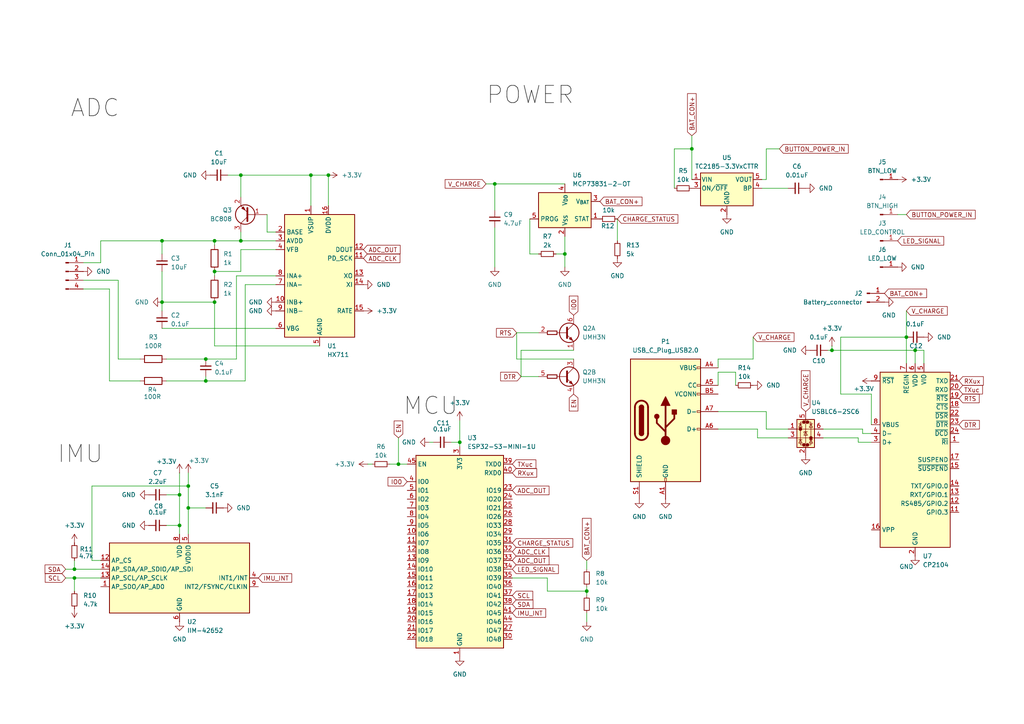
<source format=kicad_sch>
(kicad_sch (version 20231120) (generator "eeschema") (generator_version "8.0")
  (paper "A4")
  (lib_symbols
    (symbol "Analog_ADC:HX711"
      (property "Reference" "U" (at 5.08 21.59 0))
      (property "Value" "HX711" (at 7.62 19.05 0))
      (symbol "HX711_1_1"
        (pin power_in line (at -2.54 20.32 270) (length 2.54) (name "VSUP") (number "1"))
        (pin input line (at -12.7 -7.62 0) (length 2.54) (name "INB+") (number "10"))
        (pin input line (at 12.7 5.08 180) (length 2.54) (name "PD_SCK") (number "11"))
        (pin output line (at 12.7 7.62 180) (length 2.54) (name "DOUT") (number "12"))
        (pin passive line (at 12.7 0 180) (length 2.54) (name "XO") (number "13"))
        (pin passive line (at 12.7 -2.54 180) (length 2.54) (name "XI") (number "14"))
        (pin input line (at 12.7 -10.16 180) (length 2.54) (name "RATE") (number "15"))
        (pin power_in line (at 2.54 20.32 270) (length 2.54) (name "DVDD") (number "16"))
        (pin passive line (at -12.7 12.7 0) (length 2.54) (name "BASE") (number "2"))
        (pin power_in line (at -12.7 10.16 0) (length 2.54) (name "AVDD") (number "3"))
        (pin input line (at -12.7 7.62 0) (length 2.54) (name "VFB") (number "4"))
        (pin power_in line (at 0 -20.32 90) (length 2.54) (name "AGND") (number "5"))
        (pin passive line (at -12.7 -15.24 0) (length 2.54) (name "VBG") (number "6"))
        (pin input line (at -12.7 -2.54 0) (length 2.54) (name "INA-") (number "7"))
        (pin input line (at -12.7 0 0) (length 2.54) (name "INA+") (number "8"))
        (pin input line (at -12.7 -10.16 0) (length 2.54) (name "INB-") (number "9"))
      )
    )
    (symbol "Battery_Management:MCP73831-2-OT"
      (property "Reference" "U" (at -7.62 6.35 0))
      (property "Value" "MCP73831-2-OT" (at 1.27 6.35 0))
      (symbol "MCP73831-2-OT_1_1"
        (pin tri_state line (at 10.16 -2.54 180) (length 2.54) (name "STAT") (number "1"))
        (pin power_in line (at 0 -7.62 90) (length 2.54) (name "V_{SS}") (number "2"))
        (pin power_out line (at 10.16 2.54 180) (length 2.54) (name "V_{BAT}") (number "3"))
        (pin power_in line (at 0 7.62 270) (length 2.54) (name "V_{DD}") (number "4"))
        (pin input line (at -10.16 -2.54 0) (length 2.54) (name "PROG") (number "5"))
      )
    )
    (symbol "Connector:Conn_01x01_Pin" (pin_names (offset 1.016) hide)
      (property "Reference" "J" (at 0 2.54 0))
      (property "Value" "Conn_01x01_Pin" (at 0 -2.54 0))
      (symbol "Conn_01x01_Pin_1_1"
        (pin passive line (at 5.08 0 180) (length 3.81) (name "Pin_1") (number "1"))
      )
    )
    (symbol "Connector:Conn_01x02_Pin" (pin_names (offset 1.016) hide)
      (property "Reference" "J" (at 0 2.54 0))
      (property "Value" "Conn_01x02_Pin" (at 0 -5.08 0))
      (symbol "Conn_01x02_Pin_1_1"
        (pin passive line (at 5.08 0 180) (length 3.81) (name "Pin_1") (number "1"))
        (pin passive line (at 5.08 -2.54 180) (length 3.81) (name "Pin_2") (number "2"))
      )
    )
    (symbol "Connector:Conn_01x04_Pin" (pin_names (offset 1.016) hide)
      (property "Reference" "J" (at 0 5.08 0))
      (property "Value" "Conn_01x04_Pin" (at 0 -7.62 0))
      (symbol "Conn_01x04_Pin_1_1"
        (pin passive line (at 5.08 2.54 180) (length 3.81) (name "Pin_1") (number "1"))
        (pin passive line (at 5.08 0 180) (length 3.81) (name "Pin_2") (number "2"))
        (pin passive line (at 5.08 -2.54 180) (length 3.81) (name "Pin_3") (number "3"))
        (pin passive line (at 5.08 -5.08 180) (length 3.81) (name "Pin_4") (number "4"))
      )
    )
    (symbol "Connector:USB_C_Plug_USB2.0" (pin_names (offset 1.016))
      (property "Reference" "P" (at -10.16 19.05 0))
      (property "Value" "USB_C_Plug_USB2.0" (at 12.7 19.05 0))
      (symbol "USB_C_Plug_USB2.0_1_1"
        (pin passive line (at 0 -22.86 90) (length 5.08) (name "GND") (number "A1"))
        (pin passive line (at 0 -22.86 90) (length 5.08) hide (name "GND") (number "A12"))
        (pin passive line (at 15.24 15.24 180) (length 5.08) (name "VBUS") (number "A4"))
        (pin bidirectional line (at 15.24 10.16 180) (length 5.08) (name "CC") (number "A5"))
        (pin bidirectional line (at 15.24 -2.54 180) (length 5.08) (name "D+") (number "A6"))
        (pin bidirectional line (at 15.24 2.54 180) (length 5.08) (name "D-") (number "A7"))
        (pin passive line (at 15.24 15.24 180) (length 5.08) hide (name "VBUS") (number "A9"))
        (pin passive line (at 0 -22.86 90) (length 5.08) hide (name "GND") (number "B1"))
        (pin passive line (at 0 -22.86 90) (length 5.08) hide (name "GND") (number "B12"))
        (pin passive line (at 15.24 15.24 180) (length 5.08) hide (name "VBUS") (number "B4"))
        (pin bidirectional line (at 15.24 7.62 180) (length 5.08) (name "VCONN") (number "B5"))
        (pin passive line (at 15.24 15.24 180) (length 5.08) hide (name "VBUS") (number "B9"))
        (pin passive line (at -7.62 -22.86 90) (length 5.08) (name "SHIELD") (number "S1"))
      )
    )
    (symbol "Device:C_Small" (pin_numbers hide) (pin_names (offset 0.254) hide)
      (property "Reference" "C" (at 0.254 1.778 0))
      (property "Value" "C_Small" (at 0.254 -2.032 0))
      (symbol "C_Small_1_1"
        (pin passive line (at 0 2.54 270) (length 2.032) (name "~") (number "1"))
        (pin passive line (at 0 -2.54 90) (length 2.032) (name "~") (number "2"))
      )
    )
    (symbol "Device:R" (pin_numbers hide) (pin_names (offset 0))
      (property "Reference" "R" (at 2.032 0 90))
      (property "Value" "R" (at 0 0 90))
      (symbol "R_1_1"
        (pin passive line (at 0 3.81 270) (length 1.27) (name "~") (number "1"))
        (pin passive line (at 0 -3.81 90) (length 1.27) (name "~") (number "2"))
      )
    )
    (symbol "Device:R_Small" (pin_numbers hide) (pin_names (offset 0.254) hide)
      (property "Reference" "R" (at 0.762 0.508 0))
      (property "Value" "R_Small" (at 0.762 -1.016 0))
      (symbol "R_Small_1_1"
        (pin passive line (at 0 2.54 270) (length 0.762) (name "~") (number "1"))
        (pin passive line (at 0 -2.54 90) (length 0.762) (name "~") (number "2"))
      )
    )
    (symbol "Interface_USB:CP2104"
      (property "Reference" "U" (at -5.08 28.575 0))
      (property "Value" "CP2104" (at -5.08 26.67 0))
      (symbol "CP2104_1_1"
        (pin input line (at 12.7 5.08 180) (length 2.54) (name "~{RI}") (number "1"))
        (pin no_connect line (at 10.16 -20.32 180) (length 2.54) hide (name "NC") (number "10"))
        (pin bidirectional line (at 12.7 -15.24 180) (length 2.54) (name "GPIO.3") (number "11"))
        (pin bidirectional line (at 12.7 -12.7 180) (length 2.54) (name "RS485/GPIO.2") (number "12"))
        (pin bidirectional line (at 12.7 -10.16 180) (length 2.54) (name "RXT/GPIO.1") (number "13"))
        (pin bidirectional line (at 12.7 -7.62 180) (length 2.54) (name "TXT/GPIO.0") (number "14"))
        (pin output line (at 12.7 -2.54 180) (length 2.54) (name "~{SUSPEND}") (number "15"))
        (pin passive line (at -12.7 -20.32 0) (length 2.54) (name "VPP") (number "16"))
        (pin output line (at 12.7 0 180) (length 2.54) (name "SUSPEND") (number "17"))
        (pin input line (at 12.7 15.24 180) (length 2.54) (name "~{CTS}") (number "18"))
        (pin output line (at 12.7 17.78 180) (length 2.54) (name "~{RTS}") (number "19"))
        (pin power_in line (at 0 -27.94 90) (length 2.54) (name "GND") (number "2"))
        (pin input line (at 12.7 20.32 180) (length 2.54) (name "RXD") (number "20"))
        (pin output line (at 12.7 22.86 180) (length 2.54) (name "TXD") (number "21"))
        (pin input line (at 12.7 12.7 180) (length 2.54) (name "~{DSR}") (number "22"))
        (pin output line (at 12.7 10.16 180) (length 2.54) (name "~{DTR}") (number "23"))
        (pin input line (at 12.7 7.62 180) (length 2.54) (name "~{DCD}") (number "24"))
        (pin passive line (at 0 -27.94 90) (length 2.54) hide (name "GND") (number "25"))
        (pin bidirectional line (at -12.7 5.08 0) (length 2.54) (name "D+") (number "3"))
        (pin bidirectional line (at -12.7 7.62 0) (length 2.54) (name "D-") (number "4"))
        (pin power_in line (at 2.54 27.94 270) (length 2.54) (name "VIO") (number "5"))
        (pin power_in line (at 0 27.94 270) (length 2.54) (name "VDD") (number "6"))
        (pin power_in line (at -2.54 27.94 270) (length 2.54) (name "REGIN") (number "7"))
        (pin input line (at -12.7 10.16 0) (length 2.54) (name "VBUS") (number "8"))
        (pin bidirectional line (at -12.7 22.86 0) (length 2.54) (name "~{RST}") (number "9"))
      )
    )
    (symbol "Power_Protection:USBLC6-2SC6" (pin_names hide)
      (property "Reference" "U" (at 0.635 5.715 0))
      (property "Value" "USBLC6-2SC6" (at 0.635 3.81 0))
      (symbol "USBLC6-2SC6_1_1"
        (pin passive line (at -5.08 0 0) (length 2.54) (name "I/O1") (number "1"))
        (pin passive line (at 0 -7.62 90) (length 2.54) (name "GND") (number "2"))
        (pin passive line (at -5.08 -2.54 0) (length 2.54) (name "I/O2") (number "3"))
        (pin passive line (at 5.08 -2.54 180) (length 2.54) (name "I/O2") (number "4"))
        (pin passive line (at 0 5.08 270) (length 2.54) (name "VBUS") (number "5"))
        (pin passive line (at 5.08 0 180) (length 2.54) (name "I/O1") (number "6"))
      )
    )
    (symbol "RF_Module:ESP32-S3-MINI-1U"
      (property "Reference" "U" (at -11.43 29.21 0))
      (property "Value" "ESP32-S3-MINI-1U" (at 12.7 29.21 0))
      (symbol "ESP32-S3-MINI-1U_1_1"
        (pin power_in line (at 0 -30.48 90) (length 2.54) (name "GND") (number "1"))
        (pin bidirectional line (at -15.24 5.08 0) (length 2.54) (name "IO6") (number "10"))
        (pin bidirectional line (at -15.24 2.54 0) (length 2.54) (name "IO7") (number "11"))
        (pin bidirectional line (at -15.24 0 0) (length 2.54) (name "IO8") (number "12"))
        (pin bidirectional line (at -15.24 -2.54 0) (length 2.54) (name "IO9") (number "13"))
        (pin bidirectional line (at -15.24 -5.08 0) (length 2.54) (name "IO10") (number "14"))
        (pin bidirectional line (at -15.24 -7.62 0) (length 2.54) (name "IO11") (number "15"))
        (pin bidirectional line (at -15.24 -10.16 0) (length 2.54) (name "IO12") (number "16"))
        (pin bidirectional line (at -15.24 -12.7 0) (length 2.54) (name "IO13") (number "17"))
        (pin bidirectional line (at -15.24 -15.24 0) (length 2.54) (name "IO14") (number "18"))
        (pin bidirectional line (at -15.24 -17.78 0) (length 2.54) (name "IO15") (number "19"))
        (pin passive line (at 0 -30.48 90) (length 2.54) hide (name "GND") (number "2"))
        (pin bidirectional line (at -15.24 -20.32 0) (length 2.54) (name "IO16") (number "20"))
        (pin bidirectional line (at -15.24 -22.86 0) (length 2.54) (name "IO17") (number "21"))
        (pin bidirectional line (at -15.24 -25.4 0) (length 2.54) (name "IO18") (number "22"))
        (pin bidirectional line (at 15.24 17.78 180) (length 2.54) (name "IO19") (number "23"))
        (pin bidirectional line (at 15.24 15.24 180) (length 2.54) (name "IO20") (number "24"))
        (pin bidirectional line (at 15.24 12.7 180) (length 2.54) (name "IO21") (number "25"))
        (pin bidirectional line (at 15.24 10.16 180) (length 2.54) (name "IO26") (number "26"))
        (pin bidirectional line (at 15.24 -22.86 180) (length 2.54) (name "IO47") (number "27"))
        (pin bidirectional line (at 15.24 7.62 180) (length 2.54) (name "IO33") (number "28"))
        (pin bidirectional line (at 15.24 5.08 180) (length 2.54) (name "IO34") (number "29"))
        (pin power_in line (at 0 30.48 270) (length 2.54) (name "3V3") (number "3"))
        (pin bidirectional line (at 15.24 -25.4 180) (length 2.54) (name "IO48") (number "30"))
        (pin bidirectional line (at 15.24 2.54 180) (length 2.54) (name "IO35") (number "31"))
        (pin bidirectional line (at 15.24 0 180) (length 2.54) (name "IO36") (number "32"))
        (pin bidirectional line (at 15.24 -2.54 180) (length 2.54) (name "IO37") (number "33"))
        (pin bidirectional line (at 15.24 -5.08 180) (length 2.54) (name "IO38") (number "34"))
        (pin bidirectional line (at 15.24 -7.62 180) (length 2.54) (name "IO39") (number "35"))
        (pin bidirectional line (at 15.24 -10.16 180) (length 2.54) (name "IO40") (number "36"))
        (pin bidirectional line (at 15.24 -12.7 180) (length 2.54) (name "IO41") (number "37"))
        (pin bidirectional line (at 15.24 -15.24 180) (length 2.54) (name "IO42") (number "38"))
        (pin bidirectional line (at 15.24 25.4 180) (length 2.54) (name "TXD0") (number "39"))
        (pin bidirectional line (at -15.24 20.32 0) (length 2.54) (name "IO0") (number "4"))
        (pin bidirectional line (at 15.24 22.86 180) (length 2.54) (name "RXD0") (number "40"))
        (pin bidirectional line (at 15.24 -17.78 180) (length 2.54) (name "IO45") (number "41"))
        (pin passive line (at 0 -30.48 90) (length 2.54) hide (name "GND") (number "42"))
        (pin passive line (at 0 -30.48 90) (length 2.54) hide (name "GND") (number "43"))
        (pin bidirectional line (at 15.24 -20.32 180) (length 2.54) (name "IO46") (number "44"))
        (pin input line (at -15.24 25.4 0) (length 2.54) (name "EN") (number "45"))
        (pin passive line (at 0 -30.48 90) (length 2.54) hide (name "GND") (number "46"))
        (pin passive line (at 0 -30.48 90) (length 2.54) hide (name "GND") (number "47"))
        (pin passive line (at 0 -30.48 90) (length 2.54) hide (name "GND") (number "48"))
        (pin passive line (at 0 -30.48 90) (length 2.54) hide (name "GND") (number "49"))
        (pin bidirectional line (at -15.24 17.78 0) (length 2.54) (name "IO1") (number "5"))
        (pin passive line (at 0 -30.48 90) (length 2.54) hide (name "GND") (number "50"))
        (pin passive line (at 0 -30.48 90) (length 2.54) hide (name "GND") (number "51"))
        (pin passive line (at 0 -30.48 90) (length 2.54) hide (name "GND") (number "52"))
        (pin passive line (at 0 -30.48 90) (length 2.54) hide (name "GND") (number "53"))
        (pin passive line (at 0 -30.48 90) (length 2.54) hide (name "GND") (number "54"))
        (pin passive line (at 0 -30.48 90) (length 2.54) hide (name "GND") (number "55"))
        (pin passive line (at 0 -30.48 90) (length 2.54) hide (name "GND") (number "56"))
        (pin passive line (at 0 -30.48 90) (length 2.54) hide (name "GND") (number "57"))
        (pin passive line (at 0 -30.48 90) (length 2.54) hide (name "GND") (number "58"))
        (pin passive line (at 0 -30.48 90) (length 2.54) hide (name "GND") (number "59"))
        (pin bidirectional line (at -15.24 15.24 0) (length 2.54) (name "IO2") (number "6"))
        (pin passive line (at 0 -30.48 90) (length 2.54) hide (name "GND") (number "60"))
        (pin passive line (at 0 -30.48 90) (length 2.54) hide (name "GND") (number "61"))
        (pin passive line (at 0 -30.48 90) (length 2.54) hide (name "GND") (number "62"))
        (pin passive line (at 0 -30.48 90) (length 2.54) hide (name "GND") (number "63"))
        (pin passive line (at 0 -30.48 90) (length 2.54) hide (name "GND") (number "64"))
        (pin passive line (at 0 -30.48 90) (length 2.54) hide (name "GND") (number "65"))
        (pin bidirectional line (at -15.24 12.7 0) (length 2.54) (name "IO3") (number "7"))
        (pin bidirectional line (at -15.24 10.16 0) (length 2.54) (name "IO4") (number "8"))
        (pin bidirectional line (at -15.24 7.62 0) (length 2.54) (name "IO5") (number "9"))
      )
    )
    (symbol "Regulator_Linear:TC2185-3.3VxCTTR" (pin_names (offset 0.254))
      (property "Reference" "U" (at -6.35 5.715 0))
      (property "Value" "TC2185-3.3VxCTTR" (at 0 5.715 0))
      (symbol "TC2185-3.3VxCTTR_1_1"
        (pin power_in line (at -10.16 2.54 0) (length 2.54) (name "VIN") (number "1"))
        (pin power_in line (at 0 -7.62 90) (length 2.54) (name "GND") (number "2"))
        (pin input line (at -10.16 0 0) (length 2.54) (name "ON/~{OFF}") (number "3"))
        (pin input line (at 10.16 0 180) (length 2.54) (name "BP") (number "4"))
        (pin power_out line (at 10.16 2.54 180) (length 2.54) (name "VOUT") (number "5"))
      )
    )
    (symbol "Sensor_Motion:IIM-42652"
      (property "Reference" "U" (at -19.05 11.43 0))
      (property "Value" "IIM-42652" (at 15.24 11.43 0))
      (symbol "IIM-42652_1_1"
        (pin input line (at -22.86 -2.54 0) (length 2.54) (name "AP_SDO/AP_AD0") (number "1"))
        (pin no_connect line (at 20.32 2.54 180) (length 2.54) hide (name "RESV") (number "10"))
        (pin no_connect line (at 20.32 -7.62 180) (length 2.54) hide (name "RESV") (number "11"))
        (pin input line (at -22.86 5.08 0) (length 2.54) (name "AP_CS") (number "12"))
        (pin input line (at -22.86 0 0) (length 2.54) (name "AP_SCL/AP_SCLK") (number "13"))
        (pin bidirectional line (at -22.86 2.54 0) (length 2.54) (name "AP_SDA/AP_SDIO/AP_SDI") (number "14"))
        (pin no_connect line (at 20.32 7.62 180) (length 2.54) hide (name "RESV") (number "2"))
        (pin no_connect line (at 20.32 5.08 180) (length 2.54) hide (name "RESV") (number "3"))
        (pin output line (at 22.86 0 180) (length 2.54) (name "INT1/INT") (number "4"))
        (pin power_in line (at 2.54 12.7 270) (length 2.54) (name "VDDIO") (number "5"))
        (pin power_in line (at 0 -12.7 90) (length 2.54) (name "GND") (number "6"))
        (pin passive line (at 0 -12.7 90) (length 2.54) hide (name "GND") (number "7"))
        (pin power_in line (at 0 12.7 270) (length 2.54) (name "VDD") (number "8"))
        (pin bidirectional line (at 22.86 -2.54 180) (length 2.54) (name "INT2/FSYNC/CLKIN") (number "9"))
      )
    )
    (symbol "Transistor_BJT:BC808" (pin_names (offset 0) hide)
      (property "Reference" "Q" (at 5.08 1.905 0))
      (property "Value" "BC808" (at 5.08 0 0))
      (symbol "BC808_1_1"
        (pin input line (at -5.08 0 0) (length 5.715) (name "B") (number "1"))
        (pin passive line (at 2.54 -5.08 90) (length 2.54) (name "E") (number "2"))
        (pin passive line (at 2.54 5.08 270) (length 2.54) (name "C") (number "3"))
      )
    )
    (symbol "Transistor_BJT:UMH3N" (pin_names hide)
      (property "Reference" "Q" (at 7.62 1.27 0))
      (property "Value" "UMH3N" (at 7.62 -1.27 0))
      (symbol "UMH3N_1_1"
        (pin passive line (at 5.08 -5.08 90) (length 2.54) (name "E1") (number "1"))
        (pin input line (at -5.08 0 0) (length 2.54) (name "B1") (number "2"))
        (pin passive line (at 5.08 5.08 270) (length 2.54) (name "C1") (number "6"))
      )
      (symbol "UMH3N_2_1"
        (pin passive line (at 5.08 5.08 270) (length 2.54) (name "C2") (number "3"))
        (pin passive line (at 5.08 -5.08 90) (length 2.54) (name "E2") (number "4"))
        (pin input line (at -5.08 0 0) (length 2.54) (name "B2") (number "5"))
      )
    )
    (symbol "power:+3.3V" (power) (pin_numbers hide) (pin_names (offset 0) hide)
      (property "Value" "+3.3V" (at 0 3.556 0))
      (symbol "+3.3V_1_1"
        (pin power_in line (at 0 0 90) (length 0) (name "~") (number "1"))
      )
    )
    (symbol "power:GND" (power) (pin_numbers hide) (pin_names (offset 0) hide)
      (property "Value" "GND" (at 0 -3.81 0))
      (symbol "GND_1_1"
        (pin power_in line (at 0 0 270) (length 0) (name "~") (number "1"))
      )
    )
  )
  (junction (at 62.23 78.74))
  (junction (at 69.85 50.8))
  (junction (at 115.57 134.62))
  (junction (at 52.07 152.4))
  (junction (at 54.61 147.32))
  (junction (at 54.61 140.97))
  (junction (at 62.23 69.85))
  (junction (at 62.23 87.63))
  (junction (at 46.99 87.63))
  (junction (at 52.07 143.51))
  (junction (at 262.89 97.79))
  (junction (at 95.25 50.8))
  (junction (at 59.69 110.49))
  (junction (at 90.17 50.8))
  (junction (at 69.85 69.85))
  (junction (at 143.51 53.34))
  (junction (at 21.59 165.1))
  (junction (at 170.18 171.45))
  (junction (at 241.3 101.6))
  (junction (at 133.35 128.27))
  (junction (at 21.59 167.64))
  (junction (at 59.69 104.14))
  (junction (at 200.66 43.18))
  (junction (at 265.43 101.6))
  (junction (at 163.83 73.66))
  (junction (at 46.99 69.85))
  (wire (pts (xy 62.23 78.74) (xy 62.23 80.01)))
  (wire (pts (xy 241.3 100.33) (xy 241.3 101.6)))
  (wire (pts (xy 250.19 125.73) (xy 252.73 125.73)))
  (wire (pts (xy 238.76 127) (xy 248.92 127)))
  (wire (pts (xy 156.21 73.66) (xy 153.67 73.66)))
  (wire (pts (xy 77.47 67.31) (xy 80.01 67.31)))
  (wire (pts (xy 143.51 53.34) (xy 143.51 60.96)))
  (wire (pts (xy 208.28 104.14) (xy 208.28 106.68)))
  (wire (pts (xy 24.13 83.82) (xy 31.75 83.82)))
  (wire (pts (xy 222.25 43.18) (xy 222.25 52.07)))
  (wire (pts (xy 21.59 165.1) (xy 29.21 165.1)))
  (wire (pts (xy 92.71 100.33) (xy 62.23 100.33)))
  (wire (pts (xy 161.29 73.66) (xy 163.83 73.66)))
  (wire (pts (xy 80.01 80.01) (xy 68.58 80.01)))
  (wire (pts (xy 149.86 104.14) (xy 166.37 104.14)))
  (wire (pts (xy 106.68 134.62) (xy 107.95 134.62)))
  (wire (pts (xy 228.6 54.61) (xy 220.98 54.61)))
  (wire (pts (xy 29.21 69.85) (xy 29.21 76.2)))
  (wire (pts (xy 46.99 69.85) (xy 62.23 69.85)))
  (wire (pts (xy 52.07 152.4) (xy 52.07 154.94)))
  (wire (pts (xy 46.99 87.63) (xy 46.99 90.17)))
  (wire (pts (xy 163.83 68.58) (xy 163.83 73.66)))
  (wire (pts (xy 21.59 162.56) (xy 21.59 165.1)))
  (wire (pts (xy 208.28 124.46) (xy 219.71 124.46)))
  (wire (pts (xy 48.26 143.51) (xy 52.07 143.51)))
  (wire (pts (xy 80.01 72.39) (xy 69.85 72.39)))
  (wire (pts (xy 170.18 171.45) (xy 170.18 172.72)))
  (wire (pts (xy 115.57 134.62) (xy 118.11 134.62)))
  (wire (pts (xy 80.01 82.55) (xy 71.12 82.55)))
  (wire (pts (xy 262.89 97.79) (xy 262.89 105.41)))
  (wire (pts (xy 90.17 50.8) (xy 95.25 50.8)))
  (wire (pts (xy 19.05 167.64) (xy 21.59 167.64)))
  (wire (pts (xy 34.29 104.14) (xy 34.29 81.28)))
  (wire (pts (xy 77.47 62.23) (xy 77.47 67.31)))
  (wire (pts (xy 265.43 101.6) (xy 267.97 101.6)))
  (wire (pts (xy 24.13 76.2) (xy 29.21 76.2)))
  (wire (pts (xy 208.28 104.14) (xy 218.44 104.14)))
  (wire (pts (xy 52.07 143.51) (xy 52.07 152.4)))
  (wire (pts (xy 124.46 128.27) (xy 125.73 128.27)))
  (wire (pts (xy 195.58 43.18) (xy 200.66 43.18)))
  (wire (pts (xy 149.86 96.52) (xy 156.21 96.52)))
  (wire (pts (xy 46.99 73.66) (xy 46.99 69.85)))
  (wire (pts (xy 148.59 167.64) (xy 158.75 167.64)))
  (wire (pts (xy 238.76 124.46) (xy 250.19 124.46)))
  (wire (pts (xy 54.61 147.32) (xy 59.69 147.32)))
  (wire (pts (xy 143.51 66.04) (xy 143.51 77.47)))
  (wire (pts (xy 267.97 105.41) (xy 267.97 101.6)))
  (wire (pts (xy 62.23 78.74) (xy 69.85 78.74)))
  (wire (pts (xy 59.69 104.14) (xy 68.58 104.14)))
  (wire (pts (xy 59.69 109.22) (xy 59.69 110.49)))
  (wire (pts (xy 240.03 101.6) (xy 241.3 101.6)))
  (wire (pts (xy 170.18 177.8) (xy 170.18 180.34)))
  (wire (pts (xy 219.71 124.46) (xy 219.71 127)))
  (wire (pts (xy 248.92 127) (xy 248.92 128.27)))
  (wire (pts (xy 163.83 73.66) (xy 163.83 77.47)))
  (wire (pts (xy 46.99 95.25) (xy 80.01 95.25)))
  (wire (pts (xy 153.67 63.5) (xy 153.67 73.66)))
  (wire (pts (xy 143.51 53.34) (xy 163.83 53.34)))
  (wire (pts (xy 59.69 110.49) (xy 71.12 110.49)))
  (wire (pts (xy 31.75 110.49) (xy 31.75 83.82)))
  (wire (pts (xy 228.6 127) (xy 219.71 127)))
  (wire (pts (xy 149.86 96.52) (xy 149.86 104.14)))
  (wire (pts (xy 69.85 67.31) (xy 69.85 69.85)))
  (wire (pts (xy 222.25 52.07) (xy 220.98 52.07)))
  (wire (pts (xy 166.37 101.6) (xy 151.13 101.6)))
  (wire (pts (xy 200.66 43.18) (xy 200.66 52.07)))
  (wire (pts (xy 252.73 123.19) (xy 252.73 114.3)))
  (wire (pts (xy 195.58 54.61) (xy 195.58 43.18)))
  (wire (pts (xy 265.43 101.6) (xy 241.3 101.6)))
  (wire (pts (xy 170.18 170.18) (xy 170.18 171.45)))
  (wire (pts (xy 40.64 104.14) (xy 34.29 104.14)))
  (wire (pts (xy 113.03 134.62) (xy 115.57 134.62)))
  (wire (pts (xy 130.81 128.27) (xy 133.35 128.27)))
  (wire (pts (xy 46.99 78.74) (xy 46.99 87.63)))
  (wire (pts (xy 26.67 140.97) (xy 26.67 162.56)))
  (wire (pts (xy 213.36 107.95) (xy 213.36 111.76)))
  (wire (pts (xy 158.75 171.45) (xy 158.75 167.64)))
  (wire (pts (xy 115.57 127) (xy 115.57 134.62)))
  (wire (pts (xy 133.35 128.27) (xy 133.35 129.54)))
  (wire (pts (xy 48.26 104.14) (xy 59.69 104.14)))
  (wire (pts (xy 52.07 137.16) (xy 52.07 143.51)))
  (wire (pts (xy 66.04 50.8) (xy 69.85 50.8)))
  (wire (pts (xy 69.85 72.39) (xy 69.85 78.74)))
  (wire (pts (xy 21.59 167.64) (xy 21.59 171.45)))
  (wire (pts (xy 226.06 43.18) (xy 222.25 43.18)))
  (wire (pts (xy 54.61 140.97) (xy 54.61 147.32)))
  (wire (pts (xy 95.25 50.8) (xy 95.25 59.69)))
  (wire (pts (xy 133.35 121.92) (xy 133.35 128.27)))
  (wire (pts (xy 62.23 69.85) (xy 62.23 71.12)))
  (wire (pts (xy 69.85 50.8) (xy 69.85 57.15)))
  (wire (pts (xy 170.18 171.45) (xy 158.75 171.45)))
  (wire (pts (xy 62.23 69.85) (xy 69.85 69.85)))
  (wire (pts (xy 68.58 80.01) (xy 68.58 104.14)))
  (wire (pts (xy 24.13 81.28) (xy 34.29 81.28)))
  (wire (pts (xy 54.61 137.16) (xy 54.61 140.97)))
  (wire (pts (xy 151.13 109.22) (xy 156.21 109.22)))
  (wire (pts (xy 21.59 167.64) (xy 29.21 167.64)))
  (wire (pts (xy 222.25 119.38) (xy 222.25 124.46)))
  (wire (pts (xy 170.18 162.56) (xy 170.18 165.1)))
  (wire (pts (xy 48.26 152.4) (xy 52.07 152.4)))
  (wire (pts (xy 40.64 110.49) (xy 31.75 110.49)))
  (wire (pts (xy 140.97 53.34) (xy 143.51 53.34)))
  (wire (pts (xy 179.07 69.85) (xy 179.07 63.5)))
  (wire (pts (xy 71.12 82.55) (xy 71.12 110.49)))
  (wire (pts (xy 26.67 162.56) (xy 29.21 162.56)))
  (wire (pts (xy 243.84 97.79) (xy 243.84 114.3)))
  (wire (pts (xy 29.21 69.85) (xy 46.99 69.85)))
  (wire (pts (xy 252.73 114.3) (xy 243.84 114.3)))
  (wire (pts (xy 69.85 69.85) (xy 80.01 69.85)))
  (wire (pts (xy 62.23 87.63) (xy 62.23 100.33)))
  (wire (pts (xy 46.99 87.63) (xy 62.23 87.63)))
  (wire (pts (xy 250.19 124.46) (xy 250.19 125.73)))
  (wire (pts (xy 208.28 107.95) (xy 208.28 111.76)))
  (wire (pts (xy 228.6 124.46) (xy 222.25 124.46)))
  (wire (pts (xy 200.66 39.37) (xy 200.66 43.18)))
  (wire (pts (xy 26.67 140.97) (xy 54.61 140.97)))
  (wire (pts (xy 19.05 165.1) (xy 21.59 165.1)))
  (wire (pts (xy 69.85 50.8) (xy 90.17 50.8)))
  (wire (pts (xy 90.17 50.8) (xy 90.17 59.69)))
  (wire (pts (xy 218.44 104.14) (xy 218.44 97.79)))
  (wire (pts (xy 265.43 101.6) (xy 265.43 105.41)))
  (wire (pts (xy 260.35 62.23) (xy 262.89 62.23)))
  (wire (pts (xy 48.26 110.49) (xy 59.69 110.49)))
  (wire (pts (xy 262.89 90.17) (xy 262.89 97.79)))
  (wire (pts (xy 54.61 147.32) (xy 54.61 154.94)))
  (wire (pts (xy 208.28 107.95) (xy 213.36 107.95)))
  (wire (pts (xy 151.13 101.6) (xy 151.13 109.22)))
  (wire (pts (xy 243.84 97.79) (xy 262.89 97.79)))
  (wire (pts (xy 248.92 128.27) (xy 252.73 128.27)))
  (wire (pts (xy 208.28 119.38) (xy 222.25 119.38)))
  (label "POWER" (at 140.97 31.75 0) (effects (font (size 5 5))))
  (label "IMU:" (at 223.52 -52.07 0))
  (label "MCU" (at 116.84 121.92 0) (effects (font (size 5 5))))
  (label "ADC" (at 20.32 35.56 0) (effects (font (size 5 5))))
  (label "IMU" (at 16.51 135.89 0) (effects (font (size 5 5))))
  (global_label "V_CHARGE" (shape input) (at 262.89 90.17 0) (property "Intersheetrefs" "${INTERSHEET_REFS}" (effects (hide yes))))
  (global_label "SCL" (shape input) (at 19.05 167.64 180) (property "Intersheetrefs" "${INTERSHEET_REFS}" (effects (hide yes))))
  (global_label "RTS" (shape input) (at 149.86 96.52 180) (property "Intersheetrefs" "${INTERSHEET_REFS}" (effects (hide yes))))
  (global_label "BAT_CON+" (shape input) (at 170.18 162.56 90) (property "Intersheetrefs" "${INTERSHEET_REFS}" (effects (hide yes))))
  (global_label "BUTTON_POWER_IN" (shape input) (at 262.89 62.23 0) (property "Intersheetrefs" "${INTERSHEET_REFS}" (effects (hide yes))))
  (global_label "BUTTON_POWER_IN" (shape input) (at 226.06 43.18 0) (property "Intersheetrefs" "${INTERSHEET_REFS}" (effects (hide yes))))
  (global_label "ADC_CLK" (shape input) (at 148.59 160.02 0) (property "Intersheetrefs" "${INTERSHEET_REFS}" (effects (hide yes))))
  (global_label "EN" (shape input) (at 115.57 127 90) (property "Intersheetrefs" "${INTERSHEET_REFS}" (effects (hide yes))))
  (global_label "SDA" (shape input) (at 19.05 165.1 180) (property "Intersheetrefs" "${INTERSHEET_REFS}" (effects (hide yes))))
  (global_label "RXux" (shape input) (at 278.13 110.49 0) (property "Intersheetrefs" "${INTERSHEET_REFS}" (effects (hide yes))))
  (global_label "LED_SIGNAL" (shape input) (at 148.59 165.1 0) (property "Intersheetrefs" "${INTERSHEET_REFS}" (effects (hide yes))))
  (global_label "ADC_OUT" (shape input) (at 148.59 142.24 0) (property "Intersheetrefs" "${INTERSHEET_REFS}" (effects (hide yes))))
  (global_label "BAT_CON+" (shape input) (at 173.99 58.42 0) (property "Intersheetrefs" "${INTERSHEET_REFS}" (effects (hide yes))))
  (global_label "ADC_CLK" (shape input) (at 105.41 74.93 0) (property "Intersheetrefs" "${INTERSHEET_REFS}" (effects (hide yes))))
  (global_label "V_CHARGE" (shape input) (at 140.97 53.34 180) (property "Intersheetrefs" "${INTERSHEET_REFS}" (effects (hide yes))))
  (global_label "TXuc" (shape input) (at 148.59 134.62 0) (property "Intersheetrefs" "${INTERSHEET_REFS}" (effects (hide yes))))
  (global_label "V_CHARGE" (shape input) (at 218.44 97.79 0) (property "Intersheetrefs" "${INTERSHEET_REFS}" (effects (hide yes))))
  (global_label "DTR" (shape input) (at 278.13 123.19 0) (property "Intersheetrefs" "${INTERSHEET_REFS}" (effects (hide yes))))
  (global_label "SDA" (shape input) (at 148.59 175.26 0) (property "Intersheetrefs" "${INTERSHEET_REFS}" (effects (hide yes))))
  (global_label "LED_SIGNAL" (shape input) (at 260.35 69.85 0) (property "Intersheetrefs" "${INTERSHEET_REFS}" (effects (hide yes))))
  (global_label "IMU_INT" (shape input) (at 74.93 167.64 0) (property "Intersheetrefs" "${INTERSHEET_REFS}" (effects (hide yes))))
  (global_label "IMU_INT" (shape input) (at 148.59 177.8 0) (property "Intersheetrefs" "${INTERSHEET_REFS}" (effects (hide yes))))
  (global_label "RTS" (shape input) (at 278.13 115.57 0) (property "Intersheetrefs" "${INTERSHEET_REFS}" (effects (hide yes))))
  (global_label "CHARGE_STATUS" (shape input) (at 148.59 157.48 0) (property "Intersheetrefs" "${INTERSHEET_REFS}" (effects (hide yes))))
  (global_label "BAT_CON+" (shape input) (at 256.54 85.09 0) (property "Intersheetrefs" "${INTERSHEET_REFS}" (effects (hide yes))))
  (global_label "DTR" (shape input) (at 151.13 109.22 180) (property "Intersheetrefs" "${INTERSHEET_REFS}" (effects (hide yes))))
  (global_label "V_CHARGE" (shape input) (at 233.68 119.38 90) (property "Intersheetrefs" "${INTERSHEET_REFS}" (effects (hide yes))))
  (global_label "TXuc" (shape input) (at 278.13 113.03 0) (property "Intersheetrefs" "${INTERSHEET_REFS}" (effects (hide yes))))
  (global_label "SCL" (shape input) (at 148.59 172.72 0) (property "Intersheetrefs" "${INTERSHEET_REFS}" (effects (hide yes))))
  (global_label "ADC_OUT" (shape input) (at 105.41 72.39 0) (property "Intersheetrefs" "${INTERSHEET_REFS}" (effects (hide yes))))
  (global_label "EN" (shape input) (at 166.37 114.3 270) (property "Intersheetrefs" "${INTERSHEET_REFS}" (effects (hide yes))))
  (global_label "IO0" (shape input) (at 166.37 91.44 90) (property "Intersheetrefs" "${INTERSHEET_REFS}" (effects (hide yes))))
  (global_label "ADC_OUT" (shape input) (at 148.59 162.56 0) (property "Intersheetrefs" "${INTERSHEET_REFS}" (effects (hide yes))))
  (global_label "IO0" (shape input) (at 118.11 139.7 180) (property "Intersheetrefs" "${INTERSHEET_REFS}" (effects (hide yes))))
  (global_label "CHARGE_STATUS" (shape input) (at 179.07 63.5 0) (property "Intersheetrefs" "${INTERSHEET_REFS}" (effects (hide yes))))
  (global_label "BAT_CON+" (shape input) (at 200.66 39.37 90) (property "Intersheetrefs" "${INTERSHEET_REFS}" (effects (hide yes))))
  (global_label "RXux" (shape input) (at 148.59 137.16 0) (property "Intersheetrefs" "${INTERSHEET_REFS}" (effects (hide yes))))
  (symbol (lib_id "power:GND") (at 260.35 77.47 90) (unit 1)
    (property "Reference" "#PWR025" (effects (hide yes)))
    (property "Value" "GND" (at 264.16 77.4699 90) (effects (justify right)))
    (property "Description" "Power symbol creates a global label with name \"GND\" , ground" (effects (hide yes)))
  )
  (symbol (lib_id "Connector:Conn_01x01_Pin") (at 255.27 62.23 0) (unit 1)
    (property "Reference" "J4" (at 255.905 57.15 0))
    (property "Value" "BTN_HIGH" (at 255.905 59.69 0))
    (property "Footprint" "TestPoint:TestPoint_Pad_3.0x3.0mm" (effects (hide yes)))
    (property "Description" "Generic connector, single row, 01x01, script generated" (effects (hide yes)))
  )
  (symbol (lib_id "Device:C_Small") (at 62.23 147.32 270) (unit 1)
    (property "Reference" "C5" (at 62.2236 140.97 90))
    (property "Value" "3.1nF" (at 62.2236 143.51 90))
    (property "Footprint" "Capacitor_SMD:C_0402_1005Metric" (effects (hide yes)))
    (property "Description" "Unpolarized capacitor, small symbol" (effects (hide yes)))
  )
  (symbol (lib_id "power:GND") (at 24.13 78.74 90) (unit 1)
    (property "Reference" "#PWR07" (effects (hide yes)))
    (property "Value" "GND" (at 27.94 78.7399 90) (effects (justify right)))
    (property "Description" "Power symbol creates a global label with name \"GND\" , ground" (effects (hide yes)))
  )
  (symbol (lib_id "power:GND") (at 80.01 87.63 270) (unit 1)
    (property "Reference" "#PWR06" (effects (hide yes)))
    (property "Value" "GND" (at 76.2 87.6299 90) (effects (justify right)))
    (property "Description" "Power symbol creates a global label with name \"GND\" , ground" (effects (hide yes)))
  )
  (symbol (lib_id "power:GND") (at 163.83 77.47 0) (unit 1)
    (property "Reference" "#PWR034" (effects (hide yes)))
    (property "Value" "GND" (at 163.83 82.55 0))
    (property "Description" "Power symbol creates a global label with name \"GND\" , ground" (effects (hide yes)))
  )
  (symbol (lib_id "Device:R") (at 62.23 74.93 0) (unit 1)
    (property "Reference" "R1" (at 64.77 73.6599 0) (effects (justify left)))
    (property "Value" "1k" (at 64.77 76.1999 0) (effects (justify left)))
    (property "Footprint" "Resistor_SMD:R_0402_1005Metric" (effects (hide yes)))
    (property "Description" "Resistor" (effects (hide yes)))
  )
  (symbol (lib_id "Device:C_Small") (at 59.69 106.68 0) (unit 1)
    (property "Reference" "C4" (at 62.23 105.4162 0) (effects (justify left)))
    (property "Value" "0.1uF" (at 62.23 107.9562 0) (effects (justify left)))
    (property "Footprint" "Capacitor_SMD:C_0402_1005Metric" (effects (hide yes)))
    (property "Description" "Unpolarized capacitor, small symbol" (effects (hide yes)))
  )
  (symbol (lib_id "Interface_USB:CP2104") (at 265.43 133.35 0) (unit 1)
    (property "Reference" "U7" (at 267.6241 161.29 0) (effects (justify left)))
    (property "Value" "CP2104" (at 267.6241 163.83 0) (effects (justify left)))
    (property "Footprint" "Package_DFN_QFN:QFN-24-1EP_4x4mm_P0.5mm_EP2.6x2.6mm" (effects (hide yes)))
    (property "Datasheet" "https://www.silabs.com/documents/public/data-sheets/cp2104.pdf" (effects (hide yes)))
    (property "Description" "Single-Chip USB-to-UART Bridge, USB 2.0 Full-Speed, 2Mbps UART, QFN-24" (effects (hide yes)))
  )
  (symbol (lib_id "power:GND") (at 256.54 87.63 90) (unit 1)
    (property "Reference" "#PWR018" (effects (hide yes)))
    (property "Value" "GND" (at 257.81 91.44 90))
    (property "Description" "Power symbol creates a global label with name \"GND\" , ground" (effects (hide yes)))
  )
  (symbol (lib_id "power:GND") (at 179.07 74.93 0) (unit 1)
    (property "Reference" "#PWR033" (effects (hide yes)))
    (property "Value" "GND" (at 179.07 80.01 0))
    (property "Description" "Power symbol creates a global label with name \"GND\" , ground" (effects (hide yes)))
  )
  (symbol (lib_id "Device:R_Small") (at 179.07 72.39 180) (unit 1)
    (property "Reference" "R13" (at 181.61 71.1199 0) (effects (justify right)))
    (property "Value" "5k" (at 181.61 73.6599 0) (effects (justify right)))
    (property "Footprint" "Resistor_SMD:R_0402_1005Metric" (effects (hide yes)))
    (property "Description" "Resistor, small symbol" (effects (hide yes)))
  )
  (symbol (lib_id "Connector:Conn_01x04_Pin") (at 19.05 78.74 0) (unit 1)
    (property "Reference" "J1" (at 19.685 71.12 0))
    (property "Value" "Conn_01x04_Pin" (at 19.685 73.66 0))
    (property "Footprint" "Connector_JST:JST_ACH_BM04B-ACHSS-A-GAN-ETF_1x04-1MP_P1.20mm_Vertical" (effects (hide yes)))
    (property "Description" "Generic connector, single row, 01x04, script generated" (effects (hide yes)))
  )
  (symbol (lib_id "Transistor_BJT:UMH3N") (at 161.29 96.52 0) (unit 1)
    (property "Reference" "Q2" (at 168.91 95.2499 0) (effects (justify left)))
    (property "Value" "UMH3N" (at 168.91 97.7899 0) (effects (justify left)))
    (property "Footprint" "Package_TO_SOT_SMD:SOT-363_SC-70-6" (effects (hide yes)))
    (property "Datasheet" "http://rohmfs.rohm.com/en/products/databook/datasheet/discrete/transistor/digital/emh3t2r-e.pdf" (effects (hide yes)))
    (property "Description" "0.1A Ic, 50V Vce, Dual NPN Input Resistor Transistors, SOT-363" (effects (hide yes)))
  )
  (symbol (lib_id "power:GND") (at 210.82 62.23 0) (unit 1)
    (property "Reference" "#PWR019" (effects (hide yes)))
    (property "Value" "GND" (at 210.82 67.31 0))
    (property "Description" "Power symbol creates a global label with name \"GND\" , ground" (effects (hide yes)))
  )
  (symbol (lib_id "Connector:Conn_01x01_Pin") (at 255.27 69.85 0) (unit 1)
    (property "Reference" "J3" (at 255.905 64.77 0))
    (property "Value" "LED_CONTROL" (at 255.905 67.31 0))
    (property "Footprint" "TestPoint:TestPoint_Pad_3.0x3.0mm" (effects (hide yes)))
    (property "Description" "Generic connector, single row, 01x01, script generated" (effects (hide yes)))
  )
  (symbol (lib_id "Device:R") (at 44.45 104.14 270) (unit 1)
    (property "Reference" "R3" (at 44.45 97.79 90))
    (property "Value" "100R" (at 44.45 100.33 90))
    (property "Footprint" "Resistor_SMD:R_0402_1005Metric" (effects (hide yes)))
    (property "Description" "Resistor" (effects (hide yes)))
  )
  (symbol (lib_id "Device:C_Small") (at 128.27 128.27 270) (unit 1)
    (property "Reference" "C11" (at 128.524 122.682 90))
    (property "Value" "0.1uF" (at 128.2636 124.46 90))
    (property "Footprint" "Capacitor_SMD:C_0402_1005Metric" (effects (hide yes)))
    (property "Description" "Unpolarized capacitor, small symbol" (effects (hide yes)))
  )
  (symbol (lib_id "power:GND") (at 265.43 161.29 0) (unit 1)
    (property "Reference" "#PWR028" (effects (hide yes)))
    (property "Value" "GND" (at 262.89 164.338 0))
    (property "Description" "Power symbol creates a global label with name \"GND\" , ground" (effects (hide yes)))
  )
  (symbol (lib_id "power:+3.3V") (at 95.25 50.8 270) (unit 1)
    (property "Reference" "#PWR03" (effects (hide yes)))
    (property "Value" "+3.3V" (at 99.06 50.7999 90) (effects (justify left)))
    (property "Description" "Power symbol creates a global label with name \"+3.3V\"" (effects (hide yes)))
  )
  (symbol (lib_id "power:GND") (at 43.18 143.51 270) (unit 1)
    (property "Reference" "#PWR013" (effects (hide yes)))
    (property "Value" "GND" (at 39.37 143.5099 90) (effects (justify right)))
    (property "Description" "Power symbol creates a global label with name \"GND\" , ground" (effects (hide yes)))
  )
  (symbol (lib_id "Device:R_Small") (at 198.12 54.61 90) (unit 1)
    (property "Reference" "R5" (at 198.12 49.53 90))
    (property "Value" "10k" (at 198.12 52.07 90))
    (property "Footprint" "Resistor_SMD:R_0402_1005Metric" (effects (hide yes)))
    (property "Description" "Resistor, small symbol" (effects (hide yes)))
  )
  (symbol (lib_id "power:+3.3V") (at 133.35 121.92 0) (unit 1)
    (property "Reference" "#PWR015" (effects (hide yes)))
    (property "Value" "+3.3V" (at 133.35 116.84 0))
    (property "Description" "Power symbol creates a global label with name \"+3.3V\"" (effects (hide yes)))
  )
  (symbol (lib_id "Device:C_Small") (at 46.99 76.2 0) (unit 1)
    (property "Reference" "C3" (at 49.53 74.9362 0) (effects (justify left)))
    (property "Value" "10uF" (at 49.53 77.4762 0) (effects (justify left)))
    (property "Footprint" "Capacitor_SMD:C_0402_1005Metric" (effects (hide yes)))
    (property "Description" "Unpolarized capacitor, small symbol" (effects (hide yes)))
  )
  (symbol (lib_id "power:GND") (at 170.18 180.34 0) (unit 1)
    (property "Reference" "#PWR024" (effects (hide yes)))
    (property "Value" "GND" (at 170.18 185.42 0))
    (property "Description" "Power symbol creates a global label with name \"GND\" , ground" (effects (hide yes)))
  )
  (symbol (lib_id "Device:R_Small") (at 21.59 160.02 0) (unit 1)
    (property "Reference" "R11" (at 23.114 159.258 0) (effects (justify left)))
    (property "Value" "4.7k" (at 22.86 161.29 0) (effects (justify left)))
    (property "Footprint" "Resistor_SMD:R_0402_1005Metric" (effects (hide yes)))
    (property "Description" "Resistor, small symbol" (effects (hide yes)))
  )
  (symbol (lib_id "power:+3.3V") (at 105.41 90.17 270) (unit 1)
    (property "Reference" "#PWR01" (effects (hide yes)))
    (property "Value" "+3.3V" (at 109.22 90.1699 90) (effects (justify left)))
    (property "Description" "Power symbol creates a global label with name \"+3.3V\"" (effects (hide yes)))
  )
  (symbol (lib_id "Device:C_Small") (at 265.43 97.79 90) (unit 1)
    (property "Reference" "C12" (at 265.684 100.33 90))
    (property "Value" "0.1uF" (at 265.4363 93.98 90))
    (property "Footprint" "Capacitor_SMD:C_0402_1005Metric" (effects (hide yes)))
    (property "Description" "Unpolarized capacitor, small symbol" (effects (hide yes)))
  )
  (symbol (lib_id "power:GND") (at 233.68 54.61 90) (unit 1)
    (property "Reference" "#PWR021" (effects (hide yes)))
    (property "Value" "GND" (at 237.49 54.6099 90) (effects (justify right)))
    (property "Description" "Power symbol creates a global label with name \"GND\" , ground" (effects (hide yes)))
  )
  (symbol (lib_id "Device:R_Small") (at 215.9 111.76 90) (unit 1)
    (property "Reference" "R14" (at 215.9 106.68 90))
    (property "Value" "10k" (at 215.9 109.22 90))
    (property "Footprint" "Resistor_SMD:R_0402_1005Metric" (effects (hide yes)))
    (property "Description" "Resistor, small symbol" (effects (hide yes)))
  )
  (symbol (lib_id "Battery_Management:MCP73831-2-OT") (at 163.83 60.96 0) (unit 1)
    (property "Reference" "U6" (at 166.0241 50.8 0) (effects (justify left)))
    (property "Value" "MCP73831-2-OT" (at 166.0241 53.34 0) (effects (justify left)))
    (property "Footprint" "Package_TO_SOT_SMD:SOT-23-5" (effects (hide yes)))
    (property "Datasheet" "http://ww1.microchip.com/downloads/en/DeviceDoc/20001984g.pdf" (effects (hide yes)))
    (property "Description" "Single cell, Li-Ion/Li-Po charge management controller, 4.20V, Tri-State Status Output, in SOT23-5 package" (effects (hide yes)))
  )
  (symbol (lib_id "Device:C_Small") (at 63.5 50.8 270) (unit 1)
    (property "Reference" "C1" (at 63.4936 44.45 90))
    (property "Value" "10uF" (at 63.4936 46.99 90))
    (property "Footprint" "Capacitor_SMD:C_0402_1005Metric" (effects (hide yes)))
    (property "Description" "Unpolarized capacitor, small symbol" (effects (hide yes)))
  )
  (symbol (lib_id "RF_Module:ESP32-S3-MINI-1U") (at 133.35 160.02 0) (unit 1)
    (property "Reference" "U3" (at 135.5441 127 0) (effects (justify left)))
    (property "Value" "ESP32-S3-MINI-1U" (at 135.5441 129.54 0) (effects (justify left)))
    (property "Footprint" "RF_Module:ESP32-S2-MINI-1U" (effects (hide yes)))
    (property "Datasheet" "https://www.espressif.com/sites/default/files/documentation/esp32-s3-mini-1_mini-1u_datasheet_en.pdf" (effects (hide yes)))
    (property "Description" "RF Module, ESP32-S3 SoC, Wi-Fi 802.11b/g/n, Bluetooth, BLE, 32-bit, 3.3V, SMD, external antenna" (effects (hide yes)))
  )
  (symbol (lib_id "power:GND") (at 218.44 111.76 90) (unit 1)
    (property "Reference" "#PWR035" (effects (hide yes)))
    (property "Value" "GND" (at 222.25 111.7599 90) (effects (justify right)))
    (property "Description" "Power symbol creates a global label with name \"GND\" , ground" (effects (hide yes)))
  )
  (symbol (lib_id "power:GND") (at 124.46 128.27 270) (unit 1)
    (property "Reference" "#PWR032" (effects (hide yes)))
    (property "Value" "GND" (at 120.65 128.2699 90) (effects (justify right)))
    (property "Description" "Power symbol creates a global label with name \"GND\" , ground" (effects (hide yes)))
  )
  (symbol (lib_id "Device:C_Small") (at 46.99 92.71 0) (unit 1)
    (property "Reference" "C2" (at 49.53 91.4462 0) (effects (justify left)))
    (property "Value" "0.1uF" (at 49.53 93.9862 0) (effects (justify left)))
    (property "Footprint" "Capacitor_SMD:C_0402_1005Metric" (effects (hide yes)))
    (property "Description" "Unpolarized capacitor, small symbol" (effects (hide yes)))
  )
  (symbol (lib_id "Device:R") (at 62.23 83.82 0) (unit 1)
    (property "Reference" "R2" (at 64.77 82.5499 0) (effects (justify left)))
    (property "Value" "1k" (at 64.77 85.0899 0) (effects (justify left)))
    (property "Footprint" "Resistor_SMD:R_0402_1005Metric" (effects (hide yes)))
    (property "Description" "Resistor" (effects (hide yes)))
  )
  (symbol (lib_id "Device:C_Small") (at 143.51 63.5 0) (unit 1)
    (property "Reference" "C9" (at 146.05 62.2362 0) (effects (justify left)))
    (property "Value" "4.7uF" (at 146.05 64.7762 0) (effects (justify left)))
    (property "Footprint" "Capacitor_SMD:C_0402_1005Metric" (effects (hide yes)))
    (property "Description" "Unpolarized capacitor, small symbol" (effects (hide yes)))
  )
  (symbol (lib_id "Device:R") (at 44.45 110.49 270) (unit 1)
    (property "Reference" "R4" (at 44.196 113.03 90))
    (property "Value" "100R" (at 44.196 115.062 90))
    (property "Footprint" "Resistor_SMD:R_0402_1005Metric" (effects (hide yes)))
    (property "Description" "Resistor" (effects (hide yes)))
  )
  (symbol (lib_id "power:GND") (at 193.04 144.78 0) (unit 1)
    (property "Reference" "#PWR023" (effects (hide yes)))
    (property "Value" "GND" (at 193.04 149.86 0))
    (property "Description" "Power symbol creates a global label with name \"GND\" , ground" (effects (hide yes)))
  )
  (symbol (lib_id "Device:C_Small") (at 231.14 54.61 270) (unit 1)
    (property "Reference" "C6" (at 231.1336 48.26 90))
    (property "Value" "0.01uF" (at 231.1336 50.8 90))
    (property "Footprint" "Capacitor_SMD:C_0402_1005Metric" (effects (hide yes)))
    (property "Description" "Unpolarized capacitor, small symbol" (effects (hide yes)))
  )
  (symbol (lib_id "power:+3.3V") (at 54.61 137.16 0) (unit 1)
    (property "Reference" "#PWR010" (effects (hide yes)))
    (property "Value" "+3.3V" (at 57.658 133.604 0))
    (property "Description" "Power symbol creates a global label with name \"+3.3V\"" (effects (hide yes)))
  )
  (symbol (lib_id "Device:C_Small") (at 45.72 143.51 270) (unit 1)
    (property "Reference" "C7" (at 45.7136 137.16 90))
    (property "Value" "2.2uF" (at 45.7136 139.7 90))
    (property "Footprint" "Capacitor_SMD:C_0402_1005Metric" (effects (hide yes)))
    (property "Description" "Unpolarized capacitor, small symbol" (effects (hide yes)))
  )
  (symbol (lib_id "Sensor_Motion:IIM-42652") (at 52.07 167.64 0) (unit 1)
    (property "Reference" "U2" (at 54.2641 180.34 0) (effects (justify left)))
    (property "Value" "IIM-42652" (at 54.2641 182.88 0) (effects (justify left)))
    (property "Footprint" "Package_LGA:Bosch_LGA-14_3x2.5mm_P0.5mm" (effects (hide yes)))
    (property "Datasheet" "https://invensense.tdk.com/wp-content/uploads/2021/01/ds-000440_iim-42652-datasheet.pdf" (effects (hide yes)))
    (property "Description" "6-axis MEMS gyroscope/accelerometer, I2C/I3C/SPI interface, 1.71 to 3.3V, LGA-14" (effects (hide yes)))
  )
  (symbol (lib_id "power:GND") (at 233.68 132.08 0) (unit 1)
    (property "Reference" "#PWR037" (effects (hide yes)))
    (property "Value" "GND" (at 233.68 137.16 0))
    (property "Description" "Power symbol creates a global label with name \"GND\" , ground" (effects (hide yes)))
  )
  (symbol (lib_id "power:+3.3V") (at 260.35 52.07 270) (unit 1)
    (property "Reference" "#PWR020" (effects (hide yes)))
    (property "Value" "+3.3V" (at 264.16 52.0699 90) (effects (justify left)))
    (property "Description" "Power symbol creates a global label with name \"+3.3V\"" (effects (hide yes)))
  )
  (symbol (lib_id "Device:R_Small") (at 158.75 73.66 90) (unit 1)
    (property "Reference" "R7" (at 158.75 68.58 90))
    (property "Value" "2k" (at 158.75 71.12 90))
    (property "Footprint" "Resistor_SMD:R_0402_1005Metric" (effects (hide yes)))
    (property "Description" "Resistor, small symbol" (effects (hide yes)))
  )
  (symbol (lib_id "Device:R_Small") (at 110.49 134.62 90) (unit 1)
    (property "Reference" "R6" (at 110.49 129.54 90))
    (property "Value" "10k" (at 110.49 132.08 90))
    (property "Footprint" "Resistor_SMD:R_0402_1005Metric" (effects (hide yes)))
    (property "Description" "Resistor, small symbol" (effects (hide yes)))
  )
  (symbol (lib_id "power:+3.3V") (at 52.07 137.16 0) (unit 1)
    (property "Reference" "#PWR011" (effects (hide yes)))
    (property "Value" "+3.3V" (at 48.26 133.858 0))
    (property "Description" "Power symbol creates a global label with name \"+3.3V\"" (effects (hide yes)))
  )
  (symbol (lib_id "power:GND") (at 185.42 144.78 0) (unit 1)
    (property "Reference" "#PWR036" (effects (hide yes)))
    (property "Value" "GND" (at 185.42 149.86 0))
    (property "Description" "Power symbol creates a global label with name \"GND\" , ground" (effects (hide yes)))
  )
  (symbol (lib_id "power:+3.3V") (at 106.68 134.62 90) (unit 1)
    (property "Reference" "#PWR022" (effects (hide yes)))
    (property "Value" "+3.3V" (at 102.87 134.6199 90) (effects (justify left)))
    (property "Description" "Power symbol creates a global label with name \"+3.3V\"" (effects (hide yes)))
  )
  (symbol (lib_id "power:+3.3V") (at 21.59 176.53 180) (unit 1)
    (property "Reference" "#PWR031" (effects (hide yes)))
    (property "Value" "+3.3V" (at 21.59 181.61 0))
    (property "Description" "Power symbol creates a global label with name \"+3.3V\"" (effects (hide yes)))
  )
  (symbol (lib_id "Regulator_Linear:TC2185-3.3VxCTTR") (at 210.82 54.61 0) (unit 1)
    (property "Reference" "U5" (at 210.82 45.72 0))
    (property "Value" "TC2185-3.3VxCTTR" (at 210.82 48.26 0))
    (property "Footprint" "Package_TO_SOT_SMD:SOT-23-5" (effects (hide yes)))
    (property "Datasheet" "http://ww1.microchip.com/downloads/en/DeviceDoc/21662F.pdf" (effects (hide yes)))
    (property "Description" "3.3V 150mA CMOS LDO with Shutdown and Vref Bypass, SOT-23-5" (effects (hide yes)))
  )
  (symbol (lib_id "Device:C_Small") (at 237.49 101.6 90) (unit 1)
    (property "Reference" "C10" (at 237.49 104.648 90))
    (property "Value" "0.1uF" (at 237.4963 97.79 90))
    (property "Footprint" "Capacitor_SMD:C_0402_1005Metric" (effects (hide yes)))
    (property "Description" "Unpolarized capacitor, small symbol" (effects (hide yes)))
  )
  (symbol (lib_id "Power_Protection:USBLC6-2SC6") (at 233.68 124.46 0) (unit 1)
    (property "Reference" "U4" (at 235.3311 116.84 0) (effects (justify left)))
    (property "Value" "USBLC6-2SC6" (at 235.3311 119.38 0) (effects (justify left)))
    (property "Footprint" "Package_TO_SOT_SMD:SOT-23-6" (effects (hide yes)))
    (property "Datasheet" "https://www.st.com/resource/en/datasheet/usblc6-2.pdf" (effects (hide yes)))
    (property "Description" "Very low capacitance ESD protection diode, 2 data-line, SOT-23-6" (effects (hide yes)))
  )
  (symbol (lib_id "power:+3.3V") (at 21.59 157.48 0) (unit 1)
    (property "Reference" "#PWR030" (effects (hide yes)))
    (property "Value" "+3.3V" (at 21.59 152.4 0))
    (property "Description" "Power symbol creates a global label with name \"+3.3V\"" (effects (hide yes)))
  )
  (symbol (lib_id "Device:C_Small") (at 45.72 152.4 270) (unit 1)
    (property "Reference" "C8" (at 45.974 146.812 90))
    (property "Value" "0.1uF" (at 45.7136 148.59 90))
    (property "Footprint" "Capacitor_SMD:C_0402_1005Metric" (effects (hide yes)))
    (property "Description" "Unpolarized capacitor, small symbol" (effects (hide yes)))
  )
  (symbol (lib_id "power:+3.3V") (at 252.73 110.49 90) (unit 1)
    (property "Reference" "#PWR029" (effects (hide yes)))
    (property "Value" "+3.3V" (at 253.492 112.776 90) (effects (justify left)))
    (property "Description" "Power symbol creates a global label with name \"+3.3V\"" (effects (hide yes)))
  )
  (symbol (lib_id "Device:R_Small") (at 176.53 63.5 90) (unit 1)
    (property "Reference" "R12" (at 176.276 65.532 90))
    (property "Value" "10k" (at 176.53 60.96 90))
    (property "Footprint" "Resistor_SMD:R_0402_1005Metric" (effects (hide yes)))
    (property "Description" "Resistor, small symbol" (effects (hide yes)))
  )
  (symbol (lib_id "Device:R_Small") (at 21.59 173.99 0) (unit 1)
    (property "Reference" "R10" (at 24.13 172.7199 0) (effects (justify left)))
    (property "Value" "4.7k" (at 24.13 175.2599 0) (effects (justify left)))
    (property "Footprint" "Resistor_SMD:R_0402_1005Metric" (effects (hide yes)))
    (property "Description" "Resistor, small symbol" (effects (hide yes)))
  )
  (symbol (lib_id "power:GND") (at 46.99 87.63 270) (unit 1)
    (property "Reference" "#PWR08" (effects (hide yes)))
    (property "Value" "GND" (at 43.18 87.6299 90) (effects (justify right)))
    (property "Description" "Power symbol creates a global label with name \"GND\" , ground" (effects (hide yes)))
  )
  (symbol (lib_id "power:GND") (at 52.07 180.34 0) (unit 1)
    (property "Reference" "#PWR09" (effects (hide yes)))
    (property "Value" "GND" (at 52.07 185.42 0))
    (property "Description" "Power symbol creates a global label with name \"GND\" , ground" (effects (hide yes)))
  )
  (symbol (lib_id "power:GND") (at 234.95 101.6 270) (unit 1)
    (property "Reference" "#PWR027" (effects (hide yes)))
    (property "Value" "GND" (at 231.14 101.5999 90) (effects (justify right)))
    (property "Description" "Power symbol creates a global label with name \"GND\" , ground" (effects (hide yes)))
  )
  (symbol (lib_id "Connector:Conn_01x01_Pin") (at 255.27 52.07 0) (unit 1)
    (property "Reference" "J5" (at 255.905 46.99 0))
    (property "Value" "BTN_LOW" (at 255.905 49.53 0))
    (property "Footprint" "TestPoint:TestPoint_Pad_3.0x3.0mm" (effects (hide yes)))
    (property "Description" "Generic connector, single row, 01x01, script generated" (effects (hide yes)))
  )
  (symbol (lib_id "power:GND") (at 64.77 147.32 90) (unit 1)
    (property "Reference" "#PWR012" (effects (hide yes)))
    (property "Value" "GND" (at 68.58 147.3199 90) (effects (justify right)))
    (property "Description" "Power symbol creates a global label with name \"GND\" , ground" (effects (hide yes)))
  )
  (symbol (lib_id "power:GND") (at 105.41 82.55 90) (unit 1)
    (property "Reference" "#PWR04" (effects (hide yes)))
    (property "Value" "GND" (at 109.22 82.5499 90) (effects (justify right)))
    (property "Description" "Power symbol creates a global label with name \"GND\" , ground" (effects (hide yes)))
  )
  (symbol (lib_id "Transistor_BJT:UMH3N") (at 161.29 109.22 0) (unit 2)
    (property "Reference" "Q2" (at 168.91 107.9499 0) (effects (justify left)))
    (property "Value" "UMH3N" (at 168.91 110.4899 0) (effects (justify left)))
    (property "Footprint" "Package_TO_SOT_SMD:SOT-363_SC-70-6" (effects (hide yes)))
    (property "Datasheet" "http://rohmfs.rohm.com/en/products/databook/datasheet/discrete/transistor/digital/emh3t2r-e.pdf" (effects (hide yes)))
    (property "Description" "0.1A Ic, 50V Vce, Dual NPN Input Resistor Transistors, SOT-363" (effects (hide yes)))
  )
  (symbol (lib_id "power:GND") (at 80.01 90.17 270) (unit 1)
    (property "Reference" "#PWR05" (effects (hide yes)))
    (property "Value" "GND" (at 76.2 90.1699 90) (effects (justify right)))
    (property "Description" "Power symbol creates a global label with name \"GND\" , ground" (effects (hide yes)))
  )
  (symbol (lib_id "Device:R_Small") (at 170.18 175.26 0) (unit 1)
    (property "Reference" "R9" (at 172.72 173.9899 0) (effects (justify left)))
    (property "Value" "10k" (at 172.72 176.5299 0) (effects (justify left)))
    (property "Footprint" "Capacitor_SMD:C_0402_1005Metric" (effects (hide yes)))
    (property "Description" "Resistor, small symbol" (effects (hide yes)))
  )
  (symbol (lib_id "power:+3.3V") (at 241.3 100.33 0) (unit 1)
    (property "Reference" "#PWR026" (effects (hide yes)))
    (property "Value" "+3.3V" (at 241.3 95.25 0))
    (property "Description" "Power symbol creates a global label with name \"+3.3V\"" (effects (hide yes)))
  )
  (symbol (lib_id "Transistor_BJT:BC808") (at 72.39 62.23 180) (unit 1)
    (property "Reference" "Q3" (at 67.31 60.9599 0) (effects (justify left)))
    (property "Value" "BC808" (at 67.31 63.4999 0) (effects (justify left)))
    (property "Footprint" "Package_TO_SOT_SMD:SOT-23" (effects (hide yes)))
    (property "Datasheet" "https://www.onsemi.com/pub/Collateral/BC808-D.pdf" (effects (hide yes)))
    (property "Description" "0.8A Ic, 25V Vce, PNP Transistor, SOT-23" (effects (hide yes)))
  )
  (symbol (lib_id "power:GND") (at 143.51 77.47 0) (unit 1)
    (property "Reference" "#PWR017" (effects (hide yes)))
    (property "Value" "GND" (at 143.51 82.55 0))
    (property "Description" "Power symbol creates a global label with name \"GND\" , ground" (effects (hide yes)))
  )
  (symbol (lib_id "Connector:Conn_01x02_Pin") (at 251.46 85.09 0) (unit 1)
    (property "Reference" "J2" (at 250.19 85.0899 0) (effects (justify right)))
    (property "Value" "Battery_connector" (at 250.19 87.6299 0) (effects (justify right)))
    (property "Footprint" "Connector_JST:JST_ACH_BM02B-ACHSS-GAN-ETF_1x02-1MP_P1.20mm_Vertical" (effects (hide yes)))
    (property "Description" "Generic connector, single row, 01x02, script generated" (effects (hide yes)))
  )
  (symbol (lib_id "power:GND") (at 60.96 50.8 270) (unit 1)
    (property "Reference" "#PWR02" (effects (hide yes)))
    (property "Value" "GND" (at 57.15 50.7999 90) (effects (justify right)))
    (property "Description" "Power symbol creates a global label with name \"GND\" , ground" (effects (hide yes)))
  )
  (symbol (lib_id "Device:R_Small") (at 170.18 167.64 0) (unit 1)
    (property "Reference" "R8" (at 172.72 166.3699 0) (effects (justify left)))
    (property "Value" "10k" (at 172.72 168.9099 0) (effects (justify left)))
    (property "Footprint" "Capacitor_SMD:C_0402_1005Metric" (effects (hide yes)))
    (property "Description" "Resistor, small symbol" (effects (hide yes)))
  )
  (symbol (lib_id "Analog_ADC:HX711") (at 92.71 80.01 0) (unit 1)
    (property "Reference" "U1" (at 94.9041 100.33 0) (effects (justify left)))
    (property "Value" "HX711" (at 94.9041 102.87 0) (effects (justify left)))
    (property "Footprint" "Package_SO:SOP-16_3.9x9.9mm_P1.27mm" (effects (hide yes)))
    (property "Datasheet" "https://web.archive.org/web/20220615044707/https://akizukidenshi.com/download/ds/avia/hx711.pdf" (effects (hide yes)))
    (property "Description" "24-Bit Analog-to-Digital Converter (ADC) for Weight Scales" (effects (hide yes)))
  )
  (symbol (lib_id "power:GND") (at 43.18 152.4 270) (unit 1)
    (property "Reference" "#PWR014" (effects (hide yes)))
    (property "Value" "GND" (at 39.37 152.3999 90) (effects (justify right)))
    (property "Description" "Power symbol creates a global label with name \"GND\" , ground" (effects (hide yes)))
  )
  (symbol (lib_id "power:GND") (at 133.35 190.5 0) (unit 1)
    (property "Reference" "#PWR016" (effects (hide yes)))
    (property "Value" "GND" (at 133.35 195.58 0))
    (property "Description" "Power symbol creates a global label with name \"GND\" , ground" (effects (hide yes)))
  )
  (symbol (lib_id "Connector:USB_C_Plug_USB2.0") (at 193.04 121.92 0) (unit 1)
    (property "Reference" "P1" (at 193.04 99.06 0))
    (property "Value" "USB_C_Plug_USB2.0" (at 193.04 101.6 0))
    (property "Footprint" "Connector_USB:USB_C_Receptacle_GCT_USB4105-xx-A_16P_TopMnt_Horizontal" (effects (hide yes)))
    (property "Datasheet" "https://www.usb.org/sites/default/files/documents/usb_type-c.zip" (effects (hide yes)))
    (property "Description" "USB 2.0-only Type-C Plug connector" (effects (hide yes)))
  )
  (symbol (lib_id "power:GND") (at 267.97 97.79 90) (unit 1)
    (property "Reference" "#PWR038" (effects (hide yes)))
    (property "Value" "GND" (at 271.78 97.7899 90) (effects (justify right)))
    (property "Description" "Power symbol creates a global label with name \"GND\" , ground" (effects (hide yes)))
  )
  (symbol (lib_id "Connector:Conn_01x01_Pin") (at 255.27 77.47 0) (unit 1)
    (property "Reference" "J6" (at 255.905 72.39 0))
    (property "Value" "LED_LOW" (at 255.905 74.93 0))
    (property "Footprint" "TestPoint:TestPoint_Pad_3.0x3.0mm" (effects (hide yes)))
    (property "Description" "Generic connector, single row, 01x01, script generated" (effects (hide yes)))
  )
)
</source>
